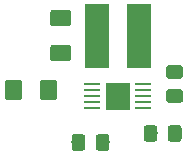
<source format=gbr>
G04 #@! TF.GenerationSoftware,KiCad,Pcbnew,(5.1.4)-1*
G04 #@! TF.CreationDate,2019-12-05T12:54:36-06:00*
G04 #@! TF.ProjectId,LTC3388_v004,4c544333-3338-4385-9f76-3030342e6b69,rev?*
G04 #@! TF.SameCoordinates,Original*
G04 #@! TF.FileFunction,Paste,Top*
G04 #@! TF.FilePolarity,Positive*
%FSLAX46Y46*%
G04 Gerber Fmt 4.6, Leading zero omitted, Abs format (unit mm)*
G04 Created by KiCad (PCBNEW (5.1.4)-1) date 2019-12-05 12:54:36*
%MOMM*%
%LPD*%
G04 APERTURE LIST*
%ADD10C,0.025400*%
%ADD11R,1.930400X2.159000*%
%ADD12R,1.397000X0.279400*%
%ADD13C,0.100000*%
%ADD14C,1.425000*%
%ADD15C,1.150000*%
%ADD16R,2.000000X5.510000*%
G04 APERTURE END LIST*
D10*
G36*
X160477200Y-101409500D02*
G01*
X160477200Y-99250500D01*
X158546800Y-99250500D01*
X158546800Y-101409500D01*
X160477200Y-101409500D01*
G37*
X160477200Y-101409500D02*
X160477200Y-99250500D01*
X158546800Y-99250500D01*
X158546800Y-101409500D01*
X160477200Y-101409500D01*
D11*
X159512000Y-100330000D03*
D12*
X157327600Y-101330760D03*
X157327600Y-100830381D03*
X157327600Y-100330000D03*
X157327600Y-99829619D03*
X157327600Y-99329240D03*
X161696400Y-99329240D03*
X161696400Y-99829619D03*
X161696400Y-100330000D03*
X161696400Y-100830381D03*
X161696400Y-101330760D03*
D13*
G36*
X155335504Y-95989704D02*
G01*
X155359773Y-95993304D01*
X155383571Y-95999265D01*
X155406671Y-96007530D01*
X155428849Y-96018020D01*
X155449893Y-96030633D01*
X155469598Y-96045247D01*
X155487777Y-96061723D01*
X155504253Y-96079902D01*
X155518867Y-96099607D01*
X155531480Y-96120651D01*
X155541970Y-96142829D01*
X155550235Y-96165929D01*
X155556196Y-96189727D01*
X155559796Y-96213996D01*
X155561000Y-96238500D01*
X155561000Y-97163500D01*
X155559796Y-97188004D01*
X155556196Y-97212273D01*
X155550235Y-97236071D01*
X155541970Y-97259171D01*
X155531480Y-97281349D01*
X155518867Y-97302393D01*
X155504253Y-97322098D01*
X155487777Y-97340277D01*
X155469598Y-97356753D01*
X155449893Y-97371367D01*
X155428849Y-97383980D01*
X155406671Y-97394470D01*
X155383571Y-97402735D01*
X155359773Y-97408696D01*
X155335504Y-97412296D01*
X155311000Y-97413500D01*
X154061000Y-97413500D01*
X154036496Y-97412296D01*
X154012227Y-97408696D01*
X153988429Y-97402735D01*
X153965329Y-97394470D01*
X153943151Y-97383980D01*
X153922107Y-97371367D01*
X153902402Y-97356753D01*
X153884223Y-97340277D01*
X153867747Y-97322098D01*
X153853133Y-97302393D01*
X153840520Y-97281349D01*
X153830030Y-97259171D01*
X153821765Y-97236071D01*
X153815804Y-97212273D01*
X153812204Y-97188004D01*
X153811000Y-97163500D01*
X153811000Y-96238500D01*
X153812204Y-96213996D01*
X153815804Y-96189727D01*
X153821765Y-96165929D01*
X153830030Y-96142829D01*
X153840520Y-96120651D01*
X153853133Y-96099607D01*
X153867747Y-96079902D01*
X153884223Y-96061723D01*
X153902402Y-96045247D01*
X153922107Y-96030633D01*
X153943151Y-96018020D01*
X153965329Y-96007530D01*
X153988429Y-95999265D01*
X154012227Y-95993304D01*
X154036496Y-95989704D01*
X154061000Y-95988500D01*
X155311000Y-95988500D01*
X155335504Y-95989704D01*
X155335504Y-95989704D01*
G37*
D14*
X154686000Y-96701000D03*
D13*
G36*
X155335504Y-93014704D02*
G01*
X155359773Y-93018304D01*
X155383571Y-93024265D01*
X155406671Y-93032530D01*
X155428849Y-93043020D01*
X155449893Y-93055633D01*
X155469598Y-93070247D01*
X155487777Y-93086723D01*
X155504253Y-93104902D01*
X155518867Y-93124607D01*
X155531480Y-93145651D01*
X155541970Y-93167829D01*
X155550235Y-93190929D01*
X155556196Y-93214727D01*
X155559796Y-93238996D01*
X155561000Y-93263500D01*
X155561000Y-94188500D01*
X155559796Y-94213004D01*
X155556196Y-94237273D01*
X155550235Y-94261071D01*
X155541970Y-94284171D01*
X155531480Y-94306349D01*
X155518867Y-94327393D01*
X155504253Y-94347098D01*
X155487777Y-94365277D01*
X155469598Y-94381753D01*
X155449893Y-94396367D01*
X155428849Y-94408980D01*
X155406671Y-94419470D01*
X155383571Y-94427735D01*
X155359773Y-94433696D01*
X155335504Y-94437296D01*
X155311000Y-94438500D01*
X154061000Y-94438500D01*
X154036496Y-94437296D01*
X154012227Y-94433696D01*
X153988429Y-94427735D01*
X153965329Y-94419470D01*
X153943151Y-94408980D01*
X153922107Y-94396367D01*
X153902402Y-94381753D01*
X153884223Y-94365277D01*
X153867747Y-94347098D01*
X153853133Y-94327393D01*
X153840520Y-94306349D01*
X153830030Y-94284171D01*
X153821765Y-94261071D01*
X153815804Y-94237273D01*
X153812204Y-94213004D01*
X153811000Y-94188500D01*
X153811000Y-93263500D01*
X153812204Y-93238996D01*
X153815804Y-93214727D01*
X153821765Y-93190929D01*
X153830030Y-93167829D01*
X153840520Y-93145651D01*
X153853133Y-93124607D01*
X153867747Y-93104902D01*
X153884223Y-93086723D01*
X153902402Y-93070247D01*
X153922107Y-93055633D01*
X153943151Y-93043020D01*
X153965329Y-93032530D01*
X153988429Y-93024265D01*
X154012227Y-93018304D01*
X154036496Y-93014704D01*
X154061000Y-93013500D01*
X155311000Y-93013500D01*
X155335504Y-93014704D01*
X155335504Y-93014704D01*
G37*
D14*
X154686000Y-93726000D03*
D13*
G36*
X164812505Y-97715204D02*
G01*
X164836773Y-97718804D01*
X164860572Y-97724765D01*
X164883671Y-97733030D01*
X164905850Y-97743520D01*
X164926893Y-97756132D01*
X164946599Y-97770747D01*
X164964777Y-97787223D01*
X164981253Y-97805401D01*
X164995868Y-97825107D01*
X165008480Y-97846150D01*
X165018970Y-97868329D01*
X165027235Y-97891428D01*
X165033196Y-97915227D01*
X165036796Y-97939495D01*
X165038000Y-97963999D01*
X165038000Y-98614001D01*
X165036796Y-98638505D01*
X165033196Y-98662773D01*
X165027235Y-98686572D01*
X165018970Y-98709671D01*
X165008480Y-98731850D01*
X164995868Y-98752893D01*
X164981253Y-98772599D01*
X164964777Y-98790777D01*
X164946599Y-98807253D01*
X164926893Y-98821868D01*
X164905850Y-98834480D01*
X164883671Y-98844970D01*
X164860572Y-98853235D01*
X164836773Y-98859196D01*
X164812505Y-98862796D01*
X164788001Y-98864000D01*
X163887999Y-98864000D01*
X163863495Y-98862796D01*
X163839227Y-98859196D01*
X163815428Y-98853235D01*
X163792329Y-98844970D01*
X163770150Y-98834480D01*
X163749107Y-98821868D01*
X163729401Y-98807253D01*
X163711223Y-98790777D01*
X163694747Y-98772599D01*
X163680132Y-98752893D01*
X163667520Y-98731850D01*
X163657030Y-98709671D01*
X163648765Y-98686572D01*
X163642804Y-98662773D01*
X163639204Y-98638505D01*
X163638000Y-98614001D01*
X163638000Y-97963999D01*
X163639204Y-97939495D01*
X163642804Y-97915227D01*
X163648765Y-97891428D01*
X163657030Y-97868329D01*
X163667520Y-97846150D01*
X163680132Y-97825107D01*
X163694747Y-97805401D01*
X163711223Y-97787223D01*
X163729401Y-97770747D01*
X163749107Y-97756132D01*
X163770150Y-97743520D01*
X163792329Y-97733030D01*
X163815428Y-97724765D01*
X163839227Y-97718804D01*
X163863495Y-97715204D01*
X163887999Y-97714000D01*
X164788001Y-97714000D01*
X164812505Y-97715204D01*
X164812505Y-97715204D01*
G37*
D15*
X164338000Y-98289000D03*
D13*
G36*
X164812505Y-99765204D02*
G01*
X164836773Y-99768804D01*
X164860572Y-99774765D01*
X164883671Y-99783030D01*
X164905850Y-99793520D01*
X164926893Y-99806132D01*
X164946599Y-99820747D01*
X164964777Y-99837223D01*
X164981253Y-99855401D01*
X164995868Y-99875107D01*
X165008480Y-99896150D01*
X165018970Y-99918329D01*
X165027235Y-99941428D01*
X165033196Y-99965227D01*
X165036796Y-99989495D01*
X165038000Y-100013999D01*
X165038000Y-100664001D01*
X165036796Y-100688505D01*
X165033196Y-100712773D01*
X165027235Y-100736572D01*
X165018970Y-100759671D01*
X165008480Y-100781850D01*
X164995868Y-100802893D01*
X164981253Y-100822599D01*
X164964777Y-100840777D01*
X164946599Y-100857253D01*
X164926893Y-100871868D01*
X164905850Y-100884480D01*
X164883671Y-100894970D01*
X164860572Y-100903235D01*
X164836773Y-100909196D01*
X164812505Y-100912796D01*
X164788001Y-100914000D01*
X163887999Y-100914000D01*
X163863495Y-100912796D01*
X163839227Y-100909196D01*
X163815428Y-100903235D01*
X163792329Y-100894970D01*
X163770150Y-100884480D01*
X163749107Y-100871868D01*
X163729401Y-100857253D01*
X163711223Y-100840777D01*
X163694747Y-100822599D01*
X163680132Y-100802893D01*
X163667520Y-100781850D01*
X163657030Y-100759671D01*
X163648765Y-100736572D01*
X163642804Y-100712773D01*
X163639204Y-100688505D01*
X163638000Y-100664001D01*
X163638000Y-100013999D01*
X163639204Y-99989495D01*
X163642804Y-99965227D01*
X163648765Y-99941428D01*
X163657030Y-99918329D01*
X163667520Y-99896150D01*
X163680132Y-99875107D01*
X163694747Y-99855401D01*
X163711223Y-99837223D01*
X163729401Y-99820747D01*
X163749107Y-99806132D01*
X163770150Y-99793520D01*
X163792329Y-99783030D01*
X163815428Y-99774765D01*
X163839227Y-99768804D01*
X163863495Y-99765204D01*
X163887999Y-99764000D01*
X164788001Y-99764000D01*
X164812505Y-99765204D01*
X164812505Y-99765204D01*
G37*
D15*
X164338000Y-100339000D03*
D13*
G36*
X154157004Y-98948204D02*
G01*
X154181273Y-98951804D01*
X154205071Y-98957765D01*
X154228171Y-98966030D01*
X154250349Y-98976520D01*
X154271393Y-98989133D01*
X154291098Y-99003747D01*
X154309277Y-99020223D01*
X154325753Y-99038402D01*
X154340367Y-99058107D01*
X154352980Y-99079151D01*
X154363470Y-99101329D01*
X154371735Y-99124429D01*
X154377696Y-99148227D01*
X154381296Y-99172496D01*
X154382500Y-99197000D01*
X154382500Y-100447000D01*
X154381296Y-100471504D01*
X154377696Y-100495773D01*
X154371735Y-100519571D01*
X154363470Y-100542671D01*
X154352980Y-100564849D01*
X154340367Y-100585893D01*
X154325753Y-100605598D01*
X154309277Y-100623777D01*
X154291098Y-100640253D01*
X154271393Y-100654867D01*
X154250349Y-100667480D01*
X154228171Y-100677970D01*
X154205071Y-100686235D01*
X154181273Y-100692196D01*
X154157004Y-100695796D01*
X154132500Y-100697000D01*
X153207500Y-100697000D01*
X153182996Y-100695796D01*
X153158727Y-100692196D01*
X153134929Y-100686235D01*
X153111829Y-100677970D01*
X153089651Y-100667480D01*
X153068607Y-100654867D01*
X153048902Y-100640253D01*
X153030723Y-100623777D01*
X153014247Y-100605598D01*
X152999633Y-100585893D01*
X152987020Y-100564849D01*
X152976530Y-100542671D01*
X152968265Y-100519571D01*
X152962304Y-100495773D01*
X152958704Y-100471504D01*
X152957500Y-100447000D01*
X152957500Y-99197000D01*
X152958704Y-99172496D01*
X152962304Y-99148227D01*
X152968265Y-99124429D01*
X152976530Y-99101329D01*
X152987020Y-99079151D01*
X152999633Y-99058107D01*
X153014247Y-99038402D01*
X153030723Y-99020223D01*
X153048902Y-99003747D01*
X153068607Y-98989133D01*
X153089651Y-98976520D01*
X153111829Y-98966030D01*
X153134929Y-98957765D01*
X153158727Y-98951804D01*
X153182996Y-98948204D01*
X153207500Y-98947000D01*
X154132500Y-98947000D01*
X154157004Y-98948204D01*
X154157004Y-98948204D01*
G37*
D14*
X153670000Y-99822000D03*
D13*
G36*
X151182004Y-98948204D02*
G01*
X151206273Y-98951804D01*
X151230071Y-98957765D01*
X151253171Y-98966030D01*
X151275349Y-98976520D01*
X151296393Y-98989133D01*
X151316098Y-99003747D01*
X151334277Y-99020223D01*
X151350753Y-99038402D01*
X151365367Y-99058107D01*
X151377980Y-99079151D01*
X151388470Y-99101329D01*
X151396735Y-99124429D01*
X151402696Y-99148227D01*
X151406296Y-99172496D01*
X151407500Y-99197000D01*
X151407500Y-100447000D01*
X151406296Y-100471504D01*
X151402696Y-100495773D01*
X151396735Y-100519571D01*
X151388470Y-100542671D01*
X151377980Y-100564849D01*
X151365367Y-100585893D01*
X151350753Y-100605598D01*
X151334277Y-100623777D01*
X151316098Y-100640253D01*
X151296393Y-100654867D01*
X151275349Y-100667480D01*
X151253171Y-100677970D01*
X151230071Y-100686235D01*
X151206273Y-100692196D01*
X151182004Y-100695796D01*
X151157500Y-100697000D01*
X150232500Y-100697000D01*
X150207996Y-100695796D01*
X150183727Y-100692196D01*
X150159929Y-100686235D01*
X150136829Y-100677970D01*
X150114651Y-100667480D01*
X150093607Y-100654867D01*
X150073902Y-100640253D01*
X150055723Y-100623777D01*
X150039247Y-100605598D01*
X150024633Y-100585893D01*
X150012020Y-100564849D01*
X150001530Y-100542671D01*
X149993265Y-100519571D01*
X149987304Y-100495773D01*
X149983704Y-100471504D01*
X149982500Y-100447000D01*
X149982500Y-99197000D01*
X149983704Y-99172496D01*
X149987304Y-99148227D01*
X149993265Y-99124429D01*
X150001530Y-99101329D01*
X150012020Y-99079151D01*
X150024633Y-99058107D01*
X150039247Y-99038402D01*
X150055723Y-99020223D01*
X150073902Y-99003747D01*
X150093607Y-98989133D01*
X150114651Y-98976520D01*
X150136829Y-98966030D01*
X150159929Y-98957765D01*
X150183727Y-98951804D01*
X150207996Y-98948204D01*
X150232500Y-98947000D01*
X151157500Y-98947000D01*
X151182004Y-98948204D01*
X151182004Y-98948204D01*
G37*
D14*
X150695000Y-99822000D03*
D16*
X157770000Y-95250000D03*
X161290000Y-95250000D03*
D13*
G36*
X162646505Y-102806204D02*
G01*
X162670773Y-102809804D01*
X162694572Y-102815765D01*
X162717671Y-102824030D01*
X162739850Y-102834520D01*
X162760893Y-102847132D01*
X162780599Y-102861747D01*
X162798777Y-102878223D01*
X162815253Y-102896401D01*
X162829868Y-102916107D01*
X162842480Y-102937150D01*
X162852970Y-102959329D01*
X162861235Y-102982428D01*
X162867196Y-103006227D01*
X162870796Y-103030495D01*
X162872000Y-103054999D01*
X162872000Y-103955001D01*
X162870796Y-103979505D01*
X162867196Y-104003773D01*
X162861235Y-104027572D01*
X162852970Y-104050671D01*
X162842480Y-104072850D01*
X162829868Y-104093893D01*
X162815253Y-104113599D01*
X162798777Y-104131777D01*
X162780599Y-104148253D01*
X162760893Y-104162868D01*
X162739850Y-104175480D01*
X162717671Y-104185970D01*
X162694572Y-104194235D01*
X162670773Y-104200196D01*
X162646505Y-104203796D01*
X162622001Y-104205000D01*
X161971999Y-104205000D01*
X161947495Y-104203796D01*
X161923227Y-104200196D01*
X161899428Y-104194235D01*
X161876329Y-104185970D01*
X161854150Y-104175480D01*
X161833107Y-104162868D01*
X161813401Y-104148253D01*
X161795223Y-104131777D01*
X161778747Y-104113599D01*
X161764132Y-104093893D01*
X161751520Y-104072850D01*
X161741030Y-104050671D01*
X161732765Y-104027572D01*
X161726804Y-104003773D01*
X161723204Y-103979505D01*
X161722000Y-103955001D01*
X161722000Y-103054999D01*
X161723204Y-103030495D01*
X161726804Y-103006227D01*
X161732765Y-102982428D01*
X161741030Y-102959329D01*
X161751520Y-102937150D01*
X161764132Y-102916107D01*
X161778747Y-102896401D01*
X161795223Y-102878223D01*
X161813401Y-102861747D01*
X161833107Y-102847132D01*
X161854150Y-102834520D01*
X161876329Y-102824030D01*
X161899428Y-102815765D01*
X161923227Y-102809804D01*
X161947495Y-102806204D01*
X161971999Y-102805000D01*
X162622001Y-102805000D01*
X162646505Y-102806204D01*
X162646505Y-102806204D01*
G37*
D15*
X162297000Y-103505000D03*
D13*
G36*
X164696505Y-102806204D02*
G01*
X164720773Y-102809804D01*
X164744572Y-102815765D01*
X164767671Y-102824030D01*
X164789850Y-102834520D01*
X164810893Y-102847132D01*
X164830599Y-102861747D01*
X164848777Y-102878223D01*
X164865253Y-102896401D01*
X164879868Y-102916107D01*
X164892480Y-102937150D01*
X164902970Y-102959329D01*
X164911235Y-102982428D01*
X164917196Y-103006227D01*
X164920796Y-103030495D01*
X164922000Y-103054999D01*
X164922000Y-103955001D01*
X164920796Y-103979505D01*
X164917196Y-104003773D01*
X164911235Y-104027572D01*
X164902970Y-104050671D01*
X164892480Y-104072850D01*
X164879868Y-104093893D01*
X164865253Y-104113599D01*
X164848777Y-104131777D01*
X164830599Y-104148253D01*
X164810893Y-104162868D01*
X164789850Y-104175480D01*
X164767671Y-104185970D01*
X164744572Y-104194235D01*
X164720773Y-104200196D01*
X164696505Y-104203796D01*
X164672001Y-104205000D01*
X164021999Y-104205000D01*
X163997495Y-104203796D01*
X163973227Y-104200196D01*
X163949428Y-104194235D01*
X163926329Y-104185970D01*
X163904150Y-104175480D01*
X163883107Y-104162868D01*
X163863401Y-104148253D01*
X163845223Y-104131777D01*
X163828747Y-104113599D01*
X163814132Y-104093893D01*
X163801520Y-104072850D01*
X163791030Y-104050671D01*
X163782765Y-104027572D01*
X163776804Y-104003773D01*
X163773204Y-103979505D01*
X163772000Y-103955001D01*
X163772000Y-103054999D01*
X163773204Y-103030495D01*
X163776804Y-103006227D01*
X163782765Y-102982428D01*
X163791030Y-102959329D01*
X163801520Y-102937150D01*
X163814132Y-102916107D01*
X163828747Y-102896401D01*
X163845223Y-102878223D01*
X163863401Y-102861747D01*
X163883107Y-102847132D01*
X163904150Y-102834520D01*
X163926329Y-102824030D01*
X163949428Y-102815765D01*
X163973227Y-102809804D01*
X163997495Y-102806204D01*
X164021999Y-102805000D01*
X164672001Y-102805000D01*
X164696505Y-102806204D01*
X164696505Y-102806204D01*
G37*
D15*
X164347000Y-103505000D03*
D13*
G36*
X156541505Y-103568204D02*
G01*
X156565773Y-103571804D01*
X156589572Y-103577765D01*
X156612671Y-103586030D01*
X156634850Y-103596520D01*
X156655893Y-103609132D01*
X156675599Y-103623747D01*
X156693777Y-103640223D01*
X156710253Y-103658401D01*
X156724868Y-103678107D01*
X156737480Y-103699150D01*
X156747970Y-103721329D01*
X156756235Y-103744428D01*
X156762196Y-103768227D01*
X156765796Y-103792495D01*
X156767000Y-103816999D01*
X156767000Y-104717001D01*
X156765796Y-104741505D01*
X156762196Y-104765773D01*
X156756235Y-104789572D01*
X156747970Y-104812671D01*
X156737480Y-104834850D01*
X156724868Y-104855893D01*
X156710253Y-104875599D01*
X156693777Y-104893777D01*
X156675599Y-104910253D01*
X156655893Y-104924868D01*
X156634850Y-104937480D01*
X156612671Y-104947970D01*
X156589572Y-104956235D01*
X156565773Y-104962196D01*
X156541505Y-104965796D01*
X156517001Y-104967000D01*
X155866999Y-104967000D01*
X155842495Y-104965796D01*
X155818227Y-104962196D01*
X155794428Y-104956235D01*
X155771329Y-104947970D01*
X155749150Y-104937480D01*
X155728107Y-104924868D01*
X155708401Y-104910253D01*
X155690223Y-104893777D01*
X155673747Y-104875599D01*
X155659132Y-104855893D01*
X155646520Y-104834850D01*
X155636030Y-104812671D01*
X155627765Y-104789572D01*
X155621804Y-104765773D01*
X155618204Y-104741505D01*
X155617000Y-104717001D01*
X155617000Y-103816999D01*
X155618204Y-103792495D01*
X155621804Y-103768227D01*
X155627765Y-103744428D01*
X155636030Y-103721329D01*
X155646520Y-103699150D01*
X155659132Y-103678107D01*
X155673747Y-103658401D01*
X155690223Y-103640223D01*
X155708401Y-103623747D01*
X155728107Y-103609132D01*
X155749150Y-103596520D01*
X155771329Y-103586030D01*
X155794428Y-103577765D01*
X155818227Y-103571804D01*
X155842495Y-103568204D01*
X155866999Y-103567000D01*
X156517001Y-103567000D01*
X156541505Y-103568204D01*
X156541505Y-103568204D01*
G37*
D15*
X156192000Y-104267000D03*
D13*
G36*
X158591505Y-103568204D02*
G01*
X158615773Y-103571804D01*
X158639572Y-103577765D01*
X158662671Y-103586030D01*
X158684850Y-103596520D01*
X158705893Y-103609132D01*
X158725599Y-103623747D01*
X158743777Y-103640223D01*
X158760253Y-103658401D01*
X158774868Y-103678107D01*
X158787480Y-103699150D01*
X158797970Y-103721329D01*
X158806235Y-103744428D01*
X158812196Y-103768227D01*
X158815796Y-103792495D01*
X158817000Y-103816999D01*
X158817000Y-104717001D01*
X158815796Y-104741505D01*
X158812196Y-104765773D01*
X158806235Y-104789572D01*
X158797970Y-104812671D01*
X158787480Y-104834850D01*
X158774868Y-104855893D01*
X158760253Y-104875599D01*
X158743777Y-104893777D01*
X158725599Y-104910253D01*
X158705893Y-104924868D01*
X158684850Y-104937480D01*
X158662671Y-104947970D01*
X158639572Y-104956235D01*
X158615773Y-104962196D01*
X158591505Y-104965796D01*
X158567001Y-104967000D01*
X157916999Y-104967000D01*
X157892495Y-104965796D01*
X157868227Y-104962196D01*
X157844428Y-104956235D01*
X157821329Y-104947970D01*
X157799150Y-104937480D01*
X157778107Y-104924868D01*
X157758401Y-104910253D01*
X157740223Y-104893777D01*
X157723747Y-104875599D01*
X157709132Y-104855893D01*
X157696520Y-104834850D01*
X157686030Y-104812671D01*
X157677765Y-104789572D01*
X157671804Y-104765773D01*
X157668204Y-104741505D01*
X157667000Y-104717001D01*
X157667000Y-103816999D01*
X157668204Y-103792495D01*
X157671804Y-103768227D01*
X157677765Y-103744428D01*
X157686030Y-103721329D01*
X157696520Y-103699150D01*
X157709132Y-103678107D01*
X157723747Y-103658401D01*
X157740223Y-103640223D01*
X157758401Y-103623747D01*
X157778107Y-103609132D01*
X157799150Y-103596520D01*
X157821329Y-103586030D01*
X157844428Y-103577765D01*
X157868227Y-103571804D01*
X157892495Y-103568204D01*
X157916999Y-103567000D01*
X158567001Y-103567000D01*
X158591505Y-103568204D01*
X158591505Y-103568204D01*
G37*
D15*
X158242000Y-104267000D03*
M02*

</source>
